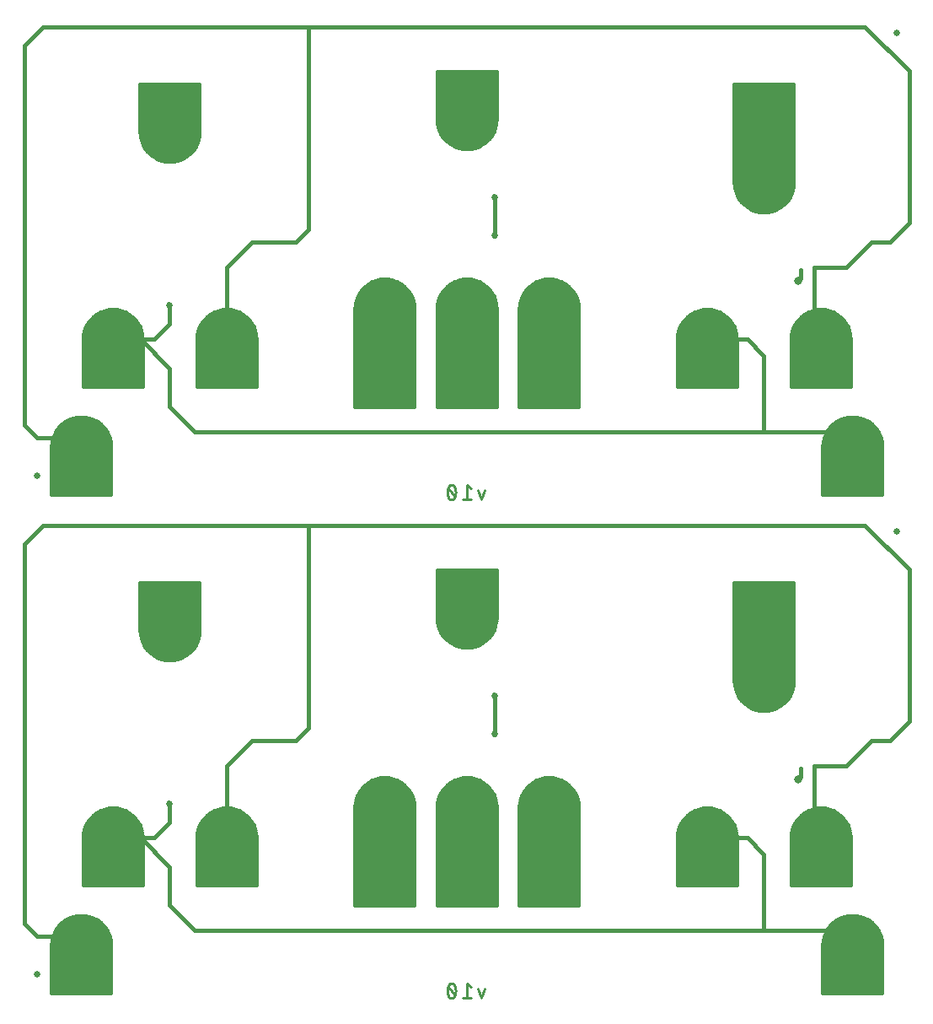
<source format=gbl>
G75*
%MOIN*%
%OFA0B0*%
%FSLAX25Y25*%
%IPPOS*%
%LPD*%
%AMOC8*
5,1,8,0,0,1.08239X$1,22.5*
%
%ADD10C,0.01100*%
%ADD11C,0.20000*%
%ADD12C,0.01000*%
%ADD13C,0.02500*%
%ADD14C,0.01600*%
%ADD15C,0.02700*%
%ADD16C,0.03200*%
D10*
X0203843Y0030119D02*
X0203902Y0030244D01*
X0203957Y0030371D01*
X0204009Y0030498D01*
X0204056Y0030628D01*
X0204101Y0030758D01*
X0204141Y0030890D01*
X0204178Y0031023D01*
X0204210Y0031157D01*
X0204240Y0031291D01*
X0204265Y0031427D01*
X0204286Y0031563D01*
X0204304Y0031700D01*
X0204317Y0031837D01*
X0204327Y0031974D01*
X0204333Y0032112D01*
X0204335Y0032250D01*
X0201057Y0032250D02*
X0201059Y0032388D01*
X0201065Y0032526D01*
X0201075Y0032663D01*
X0201088Y0032800D01*
X0201106Y0032937D01*
X0201127Y0033073D01*
X0201152Y0033209D01*
X0201182Y0033343D01*
X0201214Y0033477D01*
X0201251Y0033610D01*
X0201291Y0033742D01*
X0201336Y0033872D01*
X0201383Y0034002D01*
X0201435Y0034129D01*
X0201490Y0034256D01*
X0201549Y0034381D01*
X0201385Y0033889D02*
X0204007Y0030611D01*
X0202696Y0029300D02*
X0202628Y0029302D01*
X0202559Y0029308D01*
X0202492Y0029317D01*
X0202425Y0029331D01*
X0202359Y0029348D01*
X0202293Y0029369D01*
X0202230Y0029393D01*
X0202167Y0029421D01*
X0202107Y0029453D01*
X0202048Y0029488D01*
X0201991Y0029526D01*
X0201936Y0029567D01*
X0201884Y0029612D01*
X0201835Y0029659D01*
X0201788Y0029709D01*
X0201744Y0029761D01*
X0201703Y0029816D01*
X0201666Y0029873D01*
X0201631Y0029932D01*
X0201600Y0029993D01*
X0201573Y0030056D01*
X0201549Y0030120D01*
X0202696Y0029300D02*
X0202764Y0029302D01*
X0202833Y0029308D01*
X0202900Y0029317D01*
X0202967Y0029331D01*
X0203033Y0029348D01*
X0203099Y0029369D01*
X0203162Y0029393D01*
X0203225Y0029421D01*
X0203285Y0029453D01*
X0203344Y0029488D01*
X0203401Y0029526D01*
X0203456Y0029567D01*
X0203508Y0029612D01*
X0203557Y0029659D01*
X0203604Y0029709D01*
X0203648Y0029761D01*
X0203689Y0029816D01*
X0203726Y0029873D01*
X0203761Y0029932D01*
X0203792Y0029993D01*
X0203819Y0030056D01*
X0203843Y0030120D01*
X0201550Y0030119D02*
X0201491Y0030244D01*
X0201436Y0030371D01*
X0201384Y0030498D01*
X0201337Y0030628D01*
X0201292Y0030758D01*
X0201252Y0030890D01*
X0201215Y0031023D01*
X0201183Y0031157D01*
X0201153Y0031291D01*
X0201128Y0031427D01*
X0201107Y0031563D01*
X0201089Y0031700D01*
X0201076Y0031837D01*
X0201066Y0031974D01*
X0201060Y0032112D01*
X0201058Y0032250D01*
X0204335Y0032250D02*
X0204333Y0032388D01*
X0204327Y0032526D01*
X0204317Y0032663D01*
X0204304Y0032800D01*
X0204286Y0032937D01*
X0204265Y0033073D01*
X0204240Y0033209D01*
X0204210Y0033343D01*
X0204178Y0033477D01*
X0204141Y0033610D01*
X0204101Y0033742D01*
X0204056Y0033872D01*
X0204009Y0034002D01*
X0203957Y0034129D01*
X0203902Y0034256D01*
X0203843Y0034381D01*
X0203843Y0034380D02*
X0203819Y0034444D01*
X0203792Y0034507D01*
X0203761Y0034568D01*
X0203726Y0034627D01*
X0203689Y0034684D01*
X0203648Y0034739D01*
X0203604Y0034791D01*
X0203557Y0034841D01*
X0203508Y0034888D01*
X0203456Y0034933D01*
X0203401Y0034974D01*
X0203344Y0035012D01*
X0203285Y0035047D01*
X0203225Y0035079D01*
X0203162Y0035107D01*
X0203099Y0035131D01*
X0203033Y0035152D01*
X0202967Y0035169D01*
X0202900Y0035183D01*
X0202833Y0035192D01*
X0202764Y0035198D01*
X0202696Y0035200D01*
X0202628Y0035198D01*
X0202559Y0035192D01*
X0202492Y0035183D01*
X0202425Y0035169D01*
X0202359Y0035152D01*
X0202293Y0035131D01*
X0202230Y0035107D01*
X0202167Y0035079D01*
X0202107Y0035047D01*
X0202048Y0035012D01*
X0201991Y0034974D01*
X0201936Y0034933D01*
X0201884Y0034888D01*
X0201835Y0034841D01*
X0201788Y0034791D01*
X0201744Y0034739D01*
X0201703Y0034684D01*
X0201666Y0034627D01*
X0201631Y0034568D01*
X0201600Y0034507D01*
X0201573Y0034444D01*
X0201549Y0034380D01*
X0208850Y0035200D02*
X0208850Y0029300D01*
X0210489Y0029300D02*
X0207211Y0029300D01*
X0210489Y0033889D02*
X0208850Y0035200D01*
X0213078Y0033233D02*
X0214389Y0029300D01*
X0215700Y0033233D01*
X0214389Y0226300D02*
X0213078Y0230233D01*
X0215700Y0230233D02*
X0214389Y0226300D01*
X0210489Y0226300D02*
X0207211Y0226300D01*
X0208850Y0226300D02*
X0208850Y0232200D01*
X0210489Y0230889D01*
X0201058Y0229250D02*
X0201060Y0229112D01*
X0201066Y0228974D01*
X0201076Y0228837D01*
X0201089Y0228700D01*
X0201107Y0228563D01*
X0201128Y0228427D01*
X0201153Y0228291D01*
X0201183Y0228157D01*
X0201215Y0228023D01*
X0201252Y0227890D01*
X0201292Y0227758D01*
X0201337Y0227628D01*
X0201384Y0227498D01*
X0201436Y0227371D01*
X0201491Y0227244D01*
X0201550Y0227119D01*
X0202696Y0226300D02*
X0202764Y0226302D01*
X0202833Y0226308D01*
X0202900Y0226317D01*
X0202967Y0226331D01*
X0203033Y0226348D01*
X0203099Y0226369D01*
X0203162Y0226393D01*
X0203225Y0226421D01*
X0203285Y0226453D01*
X0203344Y0226488D01*
X0203401Y0226526D01*
X0203456Y0226567D01*
X0203508Y0226612D01*
X0203557Y0226659D01*
X0203604Y0226709D01*
X0203648Y0226761D01*
X0203689Y0226816D01*
X0203726Y0226873D01*
X0203761Y0226932D01*
X0203792Y0226993D01*
X0203819Y0227056D01*
X0203843Y0227120D01*
X0204007Y0227611D02*
X0201385Y0230889D01*
X0201549Y0231380D02*
X0201573Y0231444D01*
X0201600Y0231507D01*
X0201631Y0231568D01*
X0201666Y0231627D01*
X0201703Y0231684D01*
X0201744Y0231739D01*
X0201788Y0231791D01*
X0201835Y0231841D01*
X0201884Y0231888D01*
X0201936Y0231933D01*
X0201991Y0231974D01*
X0202048Y0232012D01*
X0202107Y0232047D01*
X0202167Y0232079D01*
X0202230Y0232107D01*
X0202293Y0232131D01*
X0202359Y0232152D01*
X0202425Y0232169D01*
X0202492Y0232183D01*
X0202559Y0232192D01*
X0202628Y0232198D01*
X0202696Y0232200D01*
X0202764Y0232198D01*
X0202833Y0232192D01*
X0202900Y0232183D01*
X0202967Y0232169D01*
X0203033Y0232152D01*
X0203099Y0232131D01*
X0203162Y0232107D01*
X0203225Y0232079D01*
X0203285Y0232047D01*
X0203344Y0232012D01*
X0203401Y0231974D01*
X0203456Y0231933D01*
X0203508Y0231888D01*
X0203557Y0231841D01*
X0203604Y0231791D01*
X0203648Y0231739D01*
X0203689Y0231684D01*
X0203726Y0231627D01*
X0203761Y0231568D01*
X0203792Y0231507D01*
X0203819Y0231444D01*
X0203843Y0231380D01*
X0201549Y0231381D02*
X0201490Y0231256D01*
X0201435Y0231129D01*
X0201383Y0231002D01*
X0201336Y0230872D01*
X0201291Y0230742D01*
X0201251Y0230610D01*
X0201214Y0230477D01*
X0201182Y0230343D01*
X0201152Y0230209D01*
X0201127Y0230073D01*
X0201106Y0229937D01*
X0201088Y0229800D01*
X0201075Y0229663D01*
X0201065Y0229526D01*
X0201059Y0229388D01*
X0201057Y0229250D01*
X0204335Y0229250D02*
X0204333Y0229388D01*
X0204327Y0229526D01*
X0204317Y0229663D01*
X0204304Y0229800D01*
X0204286Y0229937D01*
X0204265Y0230073D01*
X0204240Y0230209D01*
X0204210Y0230343D01*
X0204178Y0230477D01*
X0204141Y0230610D01*
X0204101Y0230742D01*
X0204056Y0230872D01*
X0204009Y0231002D01*
X0203957Y0231129D01*
X0203902Y0231256D01*
X0203843Y0231381D01*
X0201549Y0227120D02*
X0201573Y0227056D01*
X0201600Y0226993D01*
X0201631Y0226932D01*
X0201666Y0226873D01*
X0201703Y0226816D01*
X0201744Y0226761D01*
X0201788Y0226709D01*
X0201835Y0226659D01*
X0201884Y0226612D01*
X0201936Y0226567D01*
X0201991Y0226526D01*
X0202048Y0226488D01*
X0202107Y0226453D01*
X0202167Y0226421D01*
X0202230Y0226393D01*
X0202293Y0226369D01*
X0202359Y0226348D01*
X0202425Y0226331D01*
X0202492Y0226317D01*
X0202559Y0226308D01*
X0202628Y0226302D01*
X0202696Y0226300D01*
X0203843Y0227119D02*
X0203902Y0227244D01*
X0203957Y0227371D01*
X0204009Y0227498D01*
X0204056Y0227628D01*
X0204101Y0227758D01*
X0204141Y0227890D01*
X0204178Y0228023D01*
X0204210Y0228157D01*
X0204240Y0228291D01*
X0204265Y0228427D01*
X0204286Y0228563D01*
X0204304Y0228700D01*
X0204317Y0228837D01*
X0204327Y0228974D01*
X0204333Y0229112D01*
X0204335Y0229250D01*
D11*
X0208750Y0179750D03*
X0208750Y0104750D03*
X0208750Y0081750D03*
X0176250Y0081750D03*
X0176250Y0104750D03*
X0113750Y0092750D03*
X0068750Y0092750D03*
X0056250Y0050250D03*
X0091250Y0174750D03*
X0056250Y0247250D03*
X0068750Y0289750D03*
X0113750Y0289750D03*
X0176250Y0278750D03*
X0176250Y0301750D03*
X0208750Y0301750D03*
X0208750Y0278750D03*
X0241250Y0278750D03*
X0241250Y0301750D03*
X0303750Y0289750D03*
X0348750Y0289750D03*
X0361250Y0247250D03*
X0326250Y0177750D03*
X0326250Y0154750D03*
X0303750Y0092750D03*
X0348750Y0092750D03*
X0361250Y0050250D03*
X0241250Y0081750D03*
X0241250Y0104750D03*
X0326250Y0351750D03*
X0326250Y0374750D03*
X0208750Y0376750D03*
X0091250Y0371750D03*
D12*
X0083964Y0362253D02*
X0098536Y0362253D01*
X0099108Y0362681D02*
X0100319Y0363892D01*
X0101345Y0365262D01*
X0102166Y0366765D01*
X0102764Y0368369D01*
X0103128Y0370042D01*
X0103250Y0371750D01*
X0103250Y0390750D01*
X0079250Y0390750D01*
X0079250Y0371750D01*
X0079372Y0370042D01*
X0079736Y0368369D01*
X0080334Y0366765D01*
X0081155Y0365262D01*
X0082181Y0363892D01*
X0083392Y0362681D01*
X0084762Y0361655D01*
X0086265Y0360834D01*
X0087869Y0360236D01*
X0089542Y0359872D01*
X0091250Y0359750D01*
X0092958Y0359872D01*
X0094631Y0360236D01*
X0096235Y0360834D01*
X0097738Y0361655D01*
X0099108Y0362681D01*
X0099679Y0363251D02*
X0082821Y0363251D01*
X0081913Y0364250D02*
X0100587Y0364250D01*
X0101335Y0365248D02*
X0081165Y0365248D01*
X0080617Y0366247D02*
X0101883Y0366247D01*
X0102345Y0367245D02*
X0080155Y0367245D01*
X0079783Y0368244D02*
X0102717Y0368244D01*
X0102954Y0369242D02*
X0079546Y0369242D01*
X0079358Y0370241D02*
X0103142Y0370241D01*
X0103213Y0371239D02*
X0079287Y0371239D01*
X0079250Y0372238D02*
X0103250Y0372238D01*
X0103250Y0373236D02*
X0079250Y0373236D01*
X0079250Y0374235D02*
X0103250Y0374235D01*
X0103250Y0375233D02*
X0079250Y0375233D01*
X0079250Y0376232D02*
X0103250Y0376232D01*
X0103250Y0377230D02*
X0079250Y0377230D01*
X0079250Y0378229D02*
X0103250Y0378229D01*
X0103250Y0379227D02*
X0079250Y0379227D01*
X0079250Y0380226D02*
X0103250Y0380226D01*
X0103250Y0381224D02*
X0079250Y0381224D01*
X0079250Y0382223D02*
X0103250Y0382223D01*
X0103250Y0383222D02*
X0079250Y0383222D01*
X0079250Y0384220D02*
X0103250Y0384220D01*
X0103250Y0385219D02*
X0079250Y0385219D01*
X0079250Y0386217D02*
X0103250Y0386217D01*
X0103250Y0387216D02*
X0079250Y0387216D01*
X0079250Y0388214D02*
X0103250Y0388214D01*
X0103250Y0389213D02*
X0079250Y0389213D01*
X0079250Y0390211D02*
X0103250Y0390211D01*
X0097004Y0361254D02*
X0085496Y0361254D01*
X0087816Y0360256D02*
X0094684Y0360256D01*
X0110369Y0301264D02*
X0108765Y0300666D01*
X0107262Y0299845D01*
X0105892Y0298819D01*
X0104681Y0297608D01*
X0103655Y0296238D01*
X0102834Y0294735D01*
X0102236Y0293131D01*
X0101872Y0291458D01*
X0101750Y0289750D01*
X0101750Y0270750D01*
X0125750Y0270750D01*
X0125750Y0289750D01*
X0125628Y0291458D01*
X0125264Y0293131D01*
X0124666Y0294735D01*
X0123845Y0296238D01*
X0122819Y0297608D01*
X0121608Y0298819D01*
X0120238Y0299845D01*
X0118735Y0300666D01*
X0117131Y0301264D01*
X0115458Y0301628D01*
X0113750Y0301750D01*
X0112042Y0301628D01*
X0110369Y0301264D01*
X0110735Y0301344D02*
X0116765Y0301344D01*
X0119322Y0300345D02*
X0108178Y0300345D01*
X0106596Y0299347D02*
X0120904Y0299347D01*
X0122079Y0298348D02*
X0105421Y0298348D01*
X0104487Y0297350D02*
X0123013Y0297350D01*
X0123760Y0296351D02*
X0103740Y0296351D01*
X0103172Y0295353D02*
X0124328Y0295353D01*
X0124808Y0294354D02*
X0102692Y0294354D01*
X0102320Y0293355D02*
X0125180Y0293355D01*
X0125432Y0292357D02*
X0102068Y0292357D01*
X0101865Y0291358D02*
X0125635Y0291358D01*
X0125706Y0290360D02*
X0101794Y0290360D01*
X0101750Y0289361D02*
X0125750Y0289361D01*
X0125750Y0288363D02*
X0101750Y0288363D01*
X0101750Y0287364D02*
X0125750Y0287364D01*
X0125750Y0286366D02*
X0101750Y0286366D01*
X0101750Y0285367D02*
X0125750Y0285367D01*
X0125750Y0284369D02*
X0101750Y0284369D01*
X0101750Y0283370D02*
X0125750Y0283370D01*
X0125750Y0282372D02*
X0101750Y0282372D01*
X0101750Y0281373D02*
X0125750Y0281373D01*
X0125750Y0280375D02*
X0101750Y0280375D01*
X0101750Y0279376D02*
X0125750Y0279376D01*
X0125750Y0278378D02*
X0101750Y0278378D01*
X0101750Y0277379D02*
X0125750Y0277379D01*
X0125750Y0276381D02*
X0101750Y0276381D01*
X0101750Y0275382D02*
X0125750Y0275382D01*
X0125750Y0274384D02*
X0101750Y0274384D01*
X0101750Y0273385D02*
X0125750Y0273385D01*
X0125750Y0272387D02*
X0101750Y0272387D01*
X0101750Y0271388D02*
X0125750Y0271388D01*
X0164250Y0271388D02*
X0188250Y0271388D01*
X0188250Y0270390D02*
X0164250Y0270390D01*
X0164250Y0269391D02*
X0188250Y0269391D01*
X0188250Y0268393D02*
X0164250Y0268393D01*
X0164250Y0267394D02*
X0188250Y0267394D01*
X0188250Y0266396D02*
X0164250Y0266396D01*
X0164250Y0265397D02*
X0188250Y0265397D01*
X0188250Y0264399D02*
X0164250Y0264399D01*
X0164250Y0263400D02*
X0188250Y0263400D01*
X0188250Y0262750D02*
X0188250Y0301750D01*
X0188128Y0303458D01*
X0187764Y0305131D01*
X0187166Y0306735D01*
X0186345Y0308238D01*
X0185319Y0309608D01*
X0184108Y0310819D01*
X0182738Y0311845D01*
X0181235Y0312666D01*
X0179631Y0313264D01*
X0177958Y0313628D01*
X0176250Y0313750D01*
X0174542Y0313628D01*
X0172869Y0313264D01*
X0171265Y0312666D01*
X0169762Y0311845D01*
X0168392Y0310819D01*
X0167181Y0309608D01*
X0166155Y0308238D01*
X0165334Y0306735D01*
X0164736Y0305131D01*
X0164372Y0303458D01*
X0164250Y0301750D01*
X0164250Y0262750D01*
X0188250Y0262750D01*
X0196750Y0262750D02*
X0220750Y0262750D01*
X0220750Y0301750D01*
X0220628Y0303458D01*
X0220264Y0305131D01*
X0219666Y0306735D01*
X0218845Y0308238D01*
X0217819Y0309608D01*
X0216608Y0310819D01*
X0215238Y0311845D01*
X0213735Y0312666D01*
X0212131Y0313264D01*
X0210458Y0313628D01*
X0208750Y0313750D01*
X0207042Y0313628D01*
X0205369Y0313264D01*
X0203765Y0312666D01*
X0202262Y0311845D01*
X0200892Y0310819D01*
X0199681Y0309608D01*
X0198655Y0308238D01*
X0197834Y0306735D01*
X0197236Y0305131D01*
X0196872Y0303458D01*
X0196750Y0301750D01*
X0196750Y0262750D01*
X0196750Y0263400D02*
X0220750Y0263400D01*
X0220750Y0264399D02*
X0196750Y0264399D01*
X0196750Y0265397D02*
X0220750Y0265397D01*
X0220750Y0266396D02*
X0196750Y0266396D01*
X0196750Y0267394D02*
X0220750Y0267394D01*
X0220750Y0268393D02*
X0196750Y0268393D01*
X0196750Y0269391D02*
X0220750Y0269391D01*
X0220750Y0270390D02*
X0196750Y0270390D01*
X0196750Y0271388D02*
X0220750Y0271388D01*
X0220750Y0272387D02*
X0196750Y0272387D01*
X0196750Y0273385D02*
X0220750Y0273385D01*
X0220750Y0274384D02*
X0196750Y0274384D01*
X0196750Y0275382D02*
X0220750Y0275382D01*
X0220750Y0276381D02*
X0196750Y0276381D01*
X0196750Y0277379D02*
X0220750Y0277379D01*
X0220750Y0278378D02*
X0196750Y0278378D01*
X0196750Y0279376D02*
X0220750Y0279376D01*
X0220750Y0280375D02*
X0196750Y0280375D01*
X0196750Y0281373D02*
X0220750Y0281373D01*
X0220750Y0282372D02*
X0196750Y0282372D01*
X0196750Y0283370D02*
X0220750Y0283370D01*
X0220750Y0284369D02*
X0196750Y0284369D01*
X0196750Y0285367D02*
X0220750Y0285367D01*
X0220750Y0286366D02*
X0196750Y0286366D01*
X0196750Y0287364D02*
X0220750Y0287364D01*
X0220750Y0288363D02*
X0196750Y0288363D01*
X0196750Y0289361D02*
X0220750Y0289361D01*
X0220750Y0290360D02*
X0196750Y0290360D01*
X0196750Y0291358D02*
X0220750Y0291358D01*
X0220750Y0292357D02*
X0196750Y0292357D01*
X0196750Y0293355D02*
X0220750Y0293355D01*
X0220750Y0294354D02*
X0196750Y0294354D01*
X0196750Y0295353D02*
X0220750Y0295353D01*
X0220750Y0296351D02*
X0196750Y0296351D01*
X0196750Y0297350D02*
X0220750Y0297350D01*
X0220750Y0298348D02*
X0196750Y0298348D01*
X0196750Y0299347D02*
X0220750Y0299347D01*
X0220750Y0300345D02*
X0196750Y0300345D01*
X0196750Y0301344D02*
X0220750Y0301344D01*
X0220708Y0302342D02*
X0196792Y0302342D01*
X0196864Y0303341D02*
X0220636Y0303341D01*
X0220436Y0304339D02*
X0197064Y0304339D01*
X0197313Y0305338D02*
X0220187Y0305338D01*
X0219814Y0306336D02*
X0197686Y0306336D01*
X0198162Y0307335D02*
X0219338Y0307335D01*
X0218774Y0308333D02*
X0198726Y0308333D01*
X0199474Y0309332D02*
X0218026Y0309332D01*
X0217097Y0310330D02*
X0200403Y0310330D01*
X0201573Y0311329D02*
X0215927Y0311329D01*
X0214355Y0312327D02*
X0203145Y0312327D01*
X0205653Y0313326D02*
X0211847Y0313326D01*
X0230186Y0306336D02*
X0252314Y0306336D01*
X0252166Y0306735D02*
X0251345Y0308238D01*
X0250319Y0309608D01*
X0249108Y0310819D01*
X0247738Y0311845D01*
X0246235Y0312666D01*
X0244631Y0313264D01*
X0242958Y0313628D01*
X0241250Y0313750D01*
X0239542Y0313628D01*
X0237869Y0313264D01*
X0236265Y0312666D01*
X0234762Y0311845D01*
X0233392Y0310819D01*
X0232181Y0309608D01*
X0231155Y0308238D01*
X0230334Y0306735D01*
X0229736Y0305131D01*
X0229372Y0303458D01*
X0229250Y0301750D01*
X0229250Y0262750D01*
X0253250Y0262750D01*
X0253250Y0301750D01*
X0253128Y0303458D01*
X0252764Y0305131D01*
X0252166Y0306735D01*
X0251838Y0307335D02*
X0230662Y0307335D01*
X0231226Y0308333D02*
X0251274Y0308333D01*
X0250526Y0309332D02*
X0231974Y0309332D01*
X0232903Y0310330D02*
X0249597Y0310330D01*
X0248427Y0311329D02*
X0234073Y0311329D01*
X0235645Y0312327D02*
X0246855Y0312327D01*
X0244347Y0313326D02*
X0238153Y0313326D01*
X0229813Y0305338D02*
X0252687Y0305338D01*
X0252936Y0304339D02*
X0229564Y0304339D01*
X0229364Y0303341D02*
X0253136Y0303341D01*
X0253208Y0302342D02*
X0229292Y0302342D01*
X0229250Y0301344D02*
X0253250Y0301344D01*
X0253250Y0300345D02*
X0229250Y0300345D01*
X0229250Y0299347D02*
X0253250Y0299347D01*
X0253250Y0298348D02*
X0229250Y0298348D01*
X0229250Y0297350D02*
X0253250Y0297350D01*
X0253250Y0296351D02*
X0229250Y0296351D01*
X0229250Y0295353D02*
X0253250Y0295353D01*
X0253250Y0294354D02*
X0229250Y0294354D01*
X0229250Y0293355D02*
X0253250Y0293355D01*
X0253250Y0292357D02*
X0229250Y0292357D01*
X0229250Y0291358D02*
X0253250Y0291358D01*
X0253250Y0290360D02*
X0229250Y0290360D01*
X0229250Y0289361D02*
X0253250Y0289361D01*
X0253250Y0288363D02*
X0229250Y0288363D01*
X0229250Y0287364D02*
X0253250Y0287364D01*
X0253250Y0286366D02*
X0229250Y0286366D01*
X0229250Y0285367D02*
X0253250Y0285367D01*
X0253250Y0284369D02*
X0229250Y0284369D01*
X0229250Y0283370D02*
X0253250Y0283370D01*
X0253250Y0282372D02*
X0229250Y0282372D01*
X0229250Y0281373D02*
X0253250Y0281373D01*
X0253250Y0280375D02*
X0229250Y0280375D01*
X0229250Y0279376D02*
X0253250Y0279376D01*
X0253250Y0278378D02*
X0229250Y0278378D01*
X0229250Y0277379D02*
X0253250Y0277379D01*
X0253250Y0276381D02*
X0229250Y0276381D01*
X0229250Y0275382D02*
X0253250Y0275382D01*
X0253250Y0274384D02*
X0229250Y0274384D01*
X0229250Y0273385D02*
X0253250Y0273385D01*
X0253250Y0272387D02*
X0229250Y0272387D01*
X0229250Y0271388D02*
X0253250Y0271388D01*
X0253250Y0270390D02*
X0229250Y0270390D01*
X0229250Y0269391D02*
X0253250Y0269391D01*
X0253250Y0268393D02*
X0229250Y0268393D01*
X0229250Y0267394D02*
X0253250Y0267394D01*
X0253250Y0266396D02*
X0229250Y0266396D01*
X0229250Y0265397D02*
X0253250Y0265397D01*
X0253250Y0264399D02*
X0229250Y0264399D01*
X0229250Y0263400D02*
X0253250Y0263400D01*
X0291750Y0270750D02*
X0315750Y0270750D01*
X0315750Y0289750D01*
X0315628Y0291458D01*
X0315264Y0293131D01*
X0314666Y0294735D01*
X0313845Y0296238D01*
X0312819Y0297608D01*
X0311608Y0298819D01*
X0310238Y0299845D01*
X0308735Y0300666D01*
X0307131Y0301264D01*
X0305458Y0301628D01*
X0303750Y0301750D01*
X0302042Y0301628D01*
X0300369Y0301264D01*
X0298765Y0300666D01*
X0297262Y0299845D01*
X0295892Y0298819D01*
X0294681Y0297608D01*
X0293655Y0296238D01*
X0292834Y0294735D01*
X0292236Y0293131D01*
X0291872Y0291458D01*
X0291750Y0289750D01*
X0291750Y0270750D01*
X0291750Y0271388D02*
X0315750Y0271388D01*
X0315750Y0272387D02*
X0291750Y0272387D01*
X0291750Y0273385D02*
X0315750Y0273385D01*
X0315750Y0274384D02*
X0291750Y0274384D01*
X0291750Y0275382D02*
X0315750Y0275382D01*
X0315750Y0276381D02*
X0291750Y0276381D01*
X0291750Y0277379D02*
X0315750Y0277379D01*
X0315750Y0278378D02*
X0291750Y0278378D01*
X0291750Y0279376D02*
X0315750Y0279376D01*
X0315750Y0280375D02*
X0291750Y0280375D01*
X0291750Y0281373D02*
X0315750Y0281373D01*
X0315750Y0282372D02*
X0291750Y0282372D01*
X0291750Y0283370D02*
X0315750Y0283370D01*
X0315750Y0284369D02*
X0291750Y0284369D01*
X0291750Y0285367D02*
X0315750Y0285367D01*
X0315750Y0286366D02*
X0291750Y0286366D01*
X0291750Y0287364D02*
X0315750Y0287364D01*
X0315750Y0288363D02*
X0291750Y0288363D01*
X0291750Y0289361D02*
X0315750Y0289361D01*
X0315706Y0290360D02*
X0291794Y0290360D01*
X0291865Y0291358D02*
X0315635Y0291358D01*
X0315432Y0292357D02*
X0292068Y0292357D01*
X0292320Y0293355D02*
X0315180Y0293355D01*
X0314808Y0294354D02*
X0292692Y0294354D01*
X0293172Y0295353D02*
X0314328Y0295353D01*
X0313760Y0296351D02*
X0293740Y0296351D01*
X0294487Y0297350D02*
X0313013Y0297350D01*
X0312079Y0298348D02*
X0295421Y0298348D01*
X0296596Y0299347D02*
X0310904Y0299347D01*
X0309322Y0300345D02*
X0298178Y0300345D01*
X0300735Y0301344D02*
X0306765Y0301344D01*
X0337236Y0293131D02*
X0336872Y0291458D01*
X0336750Y0289750D01*
X0336750Y0270750D01*
X0360750Y0270750D01*
X0360750Y0289750D01*
X0360628Y0291458D01*
X0360264Y0293131D01*
X0359666Y0294735D01*
X0358845Y0296238D01*
X0357819Y0297608D01*
X0356608Y0298819D01*
X0355238Y0299845D01*
X0353735Y0300666D01*
X0352131Y0301264D01*
X0350458Y0301628D01*
X0348750Y0301750D01*
X0347042Y0301628D01*
X0345369Y0301264D01*
X0343765Y0300666D01*
X0342262Y0299845D01*
X0340892Y0298819D01*
X0339681Y0297608D01*
X0338655Y0296238D01*
X0337834Y0294735D01*
X0337236Y0293131D01*
X0337320Y0293355D02*
X0360180Y0293355D01*
X0360432Y0292357D02*
X0337068Y0292357D01*
X0336865Y0291358D02*
X0360635Y0291358D01*
X0360706Y0290360D02*
X0336794Y0290360D01*
X0336750Y0289361D02*
X0360750Y0289361D01*
X0360750Y0288363D02*
X0336750Y0288363D01*
X0336750Y0287364D02*
X0360750Y0287364D01*
X0360750Y0286366D02*
X0336750Y0286366D01*
X0336750Y0285367D02*
X0360750Y0285367D01*
X0360750Y0284369D02*
X0336750Y0284369D01*
X0336750Y0283370D02*
X0360750Y0283370D01*
X0360750Y0282372D02*
X0336750Y0282372D01*
X0336750Y0281373D02*
X0360750Y0281373D01*
X0360750Y0280375D02*
X0336750Y0280375D01*
X0336750Y0279376D02*
X0360750Y0279376D01*
X0360750Y0278378D02*
X0336750Y0278378D01*
X0336750Y0277379D02*
X0360750Y0277379D01*
X0360750Y0276381D02*
X0336750Y0276381D01*
X0336750Y0275382D02*
X0360750Y0275382D01*
X0360750Y0274384D02*
X0336750Y0274384D01*
X0336750Y0273385D02*
X0360750Y0273385D01*
X0360750Y0272387D02*
X0336750Y0272387D01*
X0336750Y0271388D02*
X0360750Y0271388D01*
X0361250Y0259250D02*
X0362958Y0259128D01*
X0364631Y0258764D01*
X0366235Y0258166D01*
X0367738Y0257345D01*
X0369108Y0256319D01*
X0370319Y0255108D01*
X0371345Y0253738D01*
X0372166Y0252235D01*
X0372764Y0250631D01*
X0373128Y0248958D01*
X0373250Y0247250D01*
X0373250Y0228250D01*
X0349250Y0228250D01*
X0349250Y0247250D01*
X0349372Y0248958D01*
X0349736Y0250631D01*
X0350334Y0252235D01*
X0351155Y0253738D01*
X0352181Y0255108D01*
X0353392Y0256319D01*
X0354762Y0257345D01*
X0356265Y0258166D01*
X0357869Y0258764D01*
X0359542Y0259128D01*
X0361250Y0259250D01*
X0356914Y0258408D02*
X0365586Y0258408D01*
X0367620Y0257409D02*
X0354880Y0257409D01*
X0353514Y0256411D02*
X0368986Y0256411D01*
X0370015Y0255412D02*
X0352485Y0255412D01*
X0351661Y0254414D02*
X0370839Y0254414D01*
X0371521Y0253415D02*
X0350979Y0253415D01*
X0350434Y0252417D02*
X0372066Y0252417D01*
X0372470Y0251418D02*
X0350030Y0251418D01*
X0349690Y0250420D02*
X0372810Y0250420D01*
X0373027Y0249421D02*
X0349473Y0249421D01*
X0349334Y0248422D02*
X0373166Y0248422D01*
X0373238Y0247424D02*
X0349262Y0247424D01*
X0349250Y0246425D02*
X0373250Y0246425D01*
X0373250Y0245427D02*
X0349250Y0245427D01*
X0349250Y0244428D02*
X0373250Y0244428D01*
X0373250Y0243430D02*
X0349250Y0243430D01*
X0349250Y0242431D02*
X0373250Y0242431D01*
X0373250Y0241433D02*
X0349250Y0241433D01*
X0349250Y0240434D02*
X0373250Y0240434D01*
X0373250Y0239436D02*
X0349250Y0239436D01*
X0349250Y0238437D02*
X0373250Y0238437D01*
X0373250Y0237439D02*
X0349250Y0237439D01*
X0349250Y0236440D02*
X0373250Y0236440D01*
X0373250Y0235442D02*
X0349250Y0235442D01*
X0349250Y0234443D02*
X0373250Y0234443D01*
X0373250Y0233445D02*
X0349250Y0233445D01*
X0349250Y0232446D02*
X0373250Y0232446D01*
X0373250Y0231448D02*
X0349250Y0231448D01*
X0349250Y0230449D02*
X0373250Y0230449D01*
X0373250Y0229451D02*
X0349250Y0229451D01*
X0349250Y0228452D02*
X0373250Y0228452D01*
X0338250Y0193750D02*
X0314250Y0193750D01*
X0314250Y0154750D01*
X0314372Y0153042D01*
X0314736Y0151369D01*
X0315334Y0149765D01*
X0316155Y0148262D01*
X0317181Y0146892D01*
X0318392Y0145681D01*
X0319762Y0144655D01*
X0321265Y0143834D01*
X0322869Y0143236D01*
X0324542Y0142872D01*
X0326250Y0142750D01*
X0327958Y0142872D01*
X0329631Y0143236D01*
X0331235Y0143834D01*
X0332738Y0144655D01*
X0334108Y0145681D01*
X0335319Y0146892D01*
X0336345Y0148262D01*
X0337166Y0149765D01*
X0337764Y0151369D01*
X0338128Y0153042D01*
X0338250Y0154750D01*
X0338250Y0193750D01*
X0338250Y0193504D02*
X0314250Y0193504D01*
X0314250Y0192506D02*
X0338250Y0192506D01*
X0338250Y0191507D02*
X0314250Y0191507D01*
X0314250Y0190509D02*
X0338250Y0190509D01*
X0338250Y0189510D02*
X0314250Y0189510D01*
X0314250Y0188512D02*
X0338250Y0188512D01*
X0338250Y0187513D02*
X0314250Y0187513D01*
X0314250Y0186515D02*
X0338250Y0186515D01*
X0338250Y0185516D02*
X0314250Y0185516D01*
X0314250Y0184518D02*
X0338250Y0184518D01*
X0338250Y0183519D02*
X0314250Y0183519D01*
X0314250Y0182521D02*
X0338250Y0182521D01*
X0338250Y0181522D02*
X0314250Y0181522D01*
X0314250Y0180524D02*
X0338250Y0180524D01*
X0338250Y0179525D02*
X0314250Y0179525D01*
X0314250Y0178527D02*
X0338250Y0178527D01*
X0338250Y0177528D02*
X0314250Y0177528D01*
X0314250Y0176530D02*
X0338250Y0176530D01*
X0338250Y0175531D02*
X0314250Y0175531D01*
X0314250Y0174533D02*
X0338250Y0174533D01*
X0338250Y0173534D02*
X0314250Y0173534D01*
X0314250Y0172536D02*
X0338250Y0172536D01*
X0338250Y0171537D02*
X0314250Y0171537D01*
X0314250Y0170539D02*
X0338250Y0170539D01*
X0338250Y0169540D02*
X0314250Y0169540D01*
X0314250Y0168542D02*
X0338250Y0168542D01*
X0338250Y0167543D02*
X0314250Y0167543D01*
X0314250Y0166545D02*
X0338250Y0166545D01*
X0338250Y0165546D02*
X0314250Y0165546D01*
X0314250Y0164548D02*
X0338250Y0164548D01*
X0338250Y0163549D02*
X0314250Y0163549D01*
X0314250Y0162551D02*
X0338250Y0162551D01*
X0338250Y0161552D02*
X0314250Y0161552D01*
X0314250Y0160553D02*
X0338250Y0160553D01*
X0338250Y0159555D02*
X0314250Y0159555D01*
X0314250Y0158556D02*
X0338250Y0158556D01*
X0338250Y0157558D02*
X0314250Y0157558D01*
X0314250Y0156559D02*
X0338250Y0156559D01*
X0338250Y0155561D02*
X0314250Y0155561D01*
X0314263Y0154562D02*
X0338237Y0154562D01*
X0338165Y0153564D02*
X0314335Y0153564D01*
X0314476Y0152565D02*
X0338024Y0152565D01*
X0337807Y0151567D02*
X0314693Y0151567D01*
X0315035Y0150568D02*
X0337465Y0150568D01*
X0337059Y0149570D02*
X0315441Y0149570D01*
X0315986Y0148571D02*
X0336514Y0148571D01*
X0335829Y0147573D02*
X0316671Y0147573D01*
X0317498Y0146574D02*
X0335002Y0146574D01*
X0333968Y0145576D02*
X0318532Y0145576D01*
X0319905Y0144577D02*
X0332595Y0144577D01*
X0330550Y0143579D02*
X0321950Y0143579D01*
X0307131Y0104264D02*
X0305458Y0104628D01*
X0303750Y0104750D01*
X0302042Y0104628D01*
X0300369Y0104264D01*
X0298765Y0103666D01*
X0297262Y0102845D01*
X0295892Y0101819D01*
X0294681Y0100608D01*
X0293655Y0099238D01*
X0292834Y0097735D01*
X0292236Y0096131D01*
X0291872Y0094458D01*
X0291750Y0092750D01*
X0291750Y0073750D01*
X0315750Y0073750D01*
X0315750Y0092750D01*
X0315628Y0094458D01*
X0315264Y0096131D01*
X0314666Y0097735D01*
X0313845Y0099238D01*
X0312819Y0100608D01*
X0311608Y0101819D01*
X0310238Y0102845D01*
X0308735Y0103666D01*
X0307131Y0104264D01*
X0308785Y0103638D02*
X0298715Y0103638D01*
X0296988Y0102640D02*
X0310512Y0102640D01*
X0311786Y0101641D02*
X0295714Y0101641D01*
X0294715Y0100643D02*
X0312785Y0100643D01*
X0313541Y0099644D02*
X0293959Y0099644D01*
X0293332Y0098646D02*
X0314168Y0098646D01*
X0314698Y0097647D02*
X0292802Y0097647D01*
X0292429Y0096649D02*
X0315071Y0096649D01*
X0315368Y0095650D02*
X0292132Y0095650D01*
X0291914Y0094652D02*
X0315586Y0094652D01*
X0315685Y0093653D02*
X0291815Y0093653D01*
X0291750Y0092655D02*
X0315750Y0092655D01*
X0315750Y0091656D02*
X0291750Y0091656D01*
X0291750Y0090658D02*
X0315750Y0090658D01*
X0315750Y0089659D02*
X0291750Y0089659D01*
X0291750Y0088661D02*
X0315750Y0088661D01*
X0315750Y0087662D02*
X0291750Y0087662D01*
X0291750Y0086664D02*
X0315750Y0086664D01*
X0315750Y0085665D02*
X0291750Y0085665D01*
X0291750Y0084667D02*
X0315750Y0084667D01*
X0315750Y0083668D02*
X0291750Y0083668D01*
X0291750Y0082670D02*
X0315750Y0082670D01*
X0315750Y0081671D02*
X0291750Y0081671D01*
X0291750Y0080673D02*
X0315750Y0080673D01*
X0315750Y0079674D02*
X0291750Y0079674D01*
X0291750Y0078676D02*
X0315750Y0078676D01*
X0315750Y0077677D02*
X0291750Y0077677D01*
X0291750Y0076679D02*
X0315750Y0076679D01*
X0315750Y0075680D02*
X0291750Y0075680D01*
X0291750Y0074682D02*
X0315750Y0074682D01*
X0336750Y0074682D02*
X0360750Y0074682D01*
X0360750Y0073750D02*
X0360750Y0092750D01*
X0360628Y0094458D01*
X0360264Y0096131D01*
X0359666Y0097735D01*
X0358845Y0099238D01*
X0357819Y0100608D01*
X0356608Y0101819D01*
X0355238Y0102845D01*
X0353735Y0103666D01*
X0352131Y0104264D01*
X0350458Y0104628D01*
X0348750Y0104750D01*
X0347042Y0104628D01*
X0345369Y0104264D01*
X0343765Y0103666D01*
X0342262Y0102845D01*
X0340892Y0101819D01*
X0339681Y0100608D01*
X0338655Y0099238D01*
X0337834Y0097735D01*
X0337236Y0096131D01*
X0336872Y0094458D01*
X0336750Y0092750D01*
X0336750Y0073750D01*
X0360750Y0073750D01*
X0360750Y0075680D02*
X0336750Y0075680D01*
X0336750Y0076679D02*
X0360750Y0076679D01*
X0360750Y0077677D02*
X0336750Y0077677D01*
X0336750Y0078676D02*
X0360750Y0078676D01*
X0360750Y0079674D02*
X0336750Y0079674D01*
X0336750Y0080673D02*
X0360750Y0080673D01*
X0360750Y0081671D02*
X0336750Y0081671D01*
X0336750Y0082670D02*
X0360750Y0082670D01*
X0360750Y0083668D02*
X0336750Y0083668D01*
X0336750Y0084667D02*
X0360750Y0084667D01*
X0360750Y0085665D02*
X0336750Y0085665D01*
X0336750Y0086664D02*
X0360750Y0086664D01*
X0360750Y0087662D02*
X0336750Y0087662D01*
X0336750Y0088661D02*
X0360750Y0088661D01*
X0360750Y0089659D02*
X0336750Y0089659D01*
X0336750Y0090658D02*
X0360750Y0090658D01*
X0360750Y0091656D02*
X0336750Y0091656D01*
X0336750Y0092655D02*
X0360750Y0092655D01*
X0360685Y0093653D02*
X0336815Y0093653D01*
X0336914Y0094652D02*
X0360586Y0094652D01*
X0360368Y0095650D02*
X0337132Y0095650D01*
X0337429Y0096649D02*
X0360071Y0096649D01*
X0359698Y0097647D02*
X0337802Y0097647D01*
X0338332Y0098646D02*
X0359168Y0098646D01*
X0358541Y0099644D02*
X0338959Y0099644D01*
X0339715Y0100643D02*
X0357785Y0100643D01*
X0356786Y0101641D02*
X0340714Y0101641D01*
X0341988Y0102640D02*
X0355512Y0102640D01*
X0353785Y0103638D02*
X0343715Y0103638D01*
X0347168Y0104637D02*
X0350332Y0104637D01*
X0359542Y0062128D02*
X0357869Y0061764D01*
X0356265Y0061166D01*
X0354762Y0060345D01*
X0353392Y0059319D01*
X0352181Y0058108D01*
X0351155Y0056738D01*
X0350334Y0055235D01*
X0349736Y0053631D01*
X0349372Y0051958D01*
X0349250Y0050250D01*
X0349250Y0031250D01*
X0373250Y0031250D01*
X0373250Y0050250D01*
X0373128Y0051958D01*
X0372764Y0053631D01*
X0372166Y0055235D01*
X0371345Y0056738D01*
X0370319Y0058108D01*
X0369108Y0059319D01*
X0367738Y0060345D01*
X0366235Y0061166D01*
X0364631Y0061764D01*
X0362958Y0062128D01*
X0361250Y0062250D01*
X0359542Y0062128D01*
X0357700Y0061701D02*
X0364800Y0061701D01*
X0367083Y0060702D02*
X0355417Y0060702D01*
X0353906Y0059704D02*
X0368594Y0059704D01*
X0369722Y0058705D02*
X0352778Y0058705D01*
X0351880Y0057707D02*
X0370620Y0057707D01*
X0371361Y0056708D02*
X0351139Y0056708D01*
X0350594Y0055710D02*
X0371906Y0055710D01*
X0372361Y0054711D02*
X0350139Y0054711D01*
X0349767Y0053713D02*
X0372733Y0053713D01*
X0372963Y0052714D02*
X0349537Y0052714D01*
X0349355Y0051716D02*
X0373145Y0051716D01*
X0373217Y0050717D02*
X0349283Y0050717D01*
X0349250Y0049719D02*
X0373250Y0049719D01*
X0373250Y0048720D02*
X0349250Y0048720D01*
X0349250Y0047722D02*
X0373250Y0047722D01*
X0373250Y0046723D02*
X0349250Y0046723D01*
X0349250Y0045725D02*
X0373250Y0045725D01*
X0373250Y0044726D02*
X0349250Y0044726D01*
X0349250Y0043728D02*
X0373250Y0043728D01*
X0373250Y0042729D02*
X0349250Y0042729D01*
X0349250Y0041731D02*
X0373250Y0041731D01*
X0373250Y0040732D02*
X0349250Y0040732D01*
X0349250Y0039734D02*
X0373250Y0039734D01*
X0373250Y0038735D02*
X0349250Y0038735D01*
X0349250Y0037737D02*
X0373250Y0037737D01*
X0373250Y0036738D02*
X0349250Y0036738D01*
X0349250Y0035740D02*
X0373250Y0035740D01*
X0373250Y0034741D02*
X0349250Y0034741D01*
X0349250Y0033743D02*
X0373250Y0033743D01*
X0373250Y0032744D02*
X0349250Y0032744D01*
X0349250Y0031746D02*
X0373250Y0031746D01*
X0305332Y0104637D02*
X0302168Y0104637D01*
X0253250Y0104637D02*
X0229250Y0104637D01*
X0229250Y0104750D02*
X0229250Y0065750D01*
X0253250Y0065750D01*
X0253250Y0104750D01*
X0253128Y0106458D01*
X0252764Y0108131D01*
X0252166Y0109735D01*
X0251345Y0111238D01*
X0250319Y0112608D01*
X0249108Y0113819D01*
X0247738Y0114845D01*
X0246235Y0115666D01*
X0244631Y0116264D01*
X0242958Y0116628D01*
X0241250Y0116750D01*
X0239542Y0116628D01*
X0237869Y0116264D01*
X0236265Y0115666D01*
X0234762Y0114845D01*
X0233392Y0113819D01*
X0232181Y0112608D01*
X0231155Y0111238D01*
X0230334Y0109735D01*
X0229736Y0108131D01*
X0229372Y0106458D01*
X0229250Y0104750D01*
X0229313Y0105635D02*
X0253187Y0105635D01*
X0253090Y0106634D02*
X0229410Y0106634D01*
X0229628Y0107632D02*
X0252872Y0107632D01*
X0252577Y0108631D02*
X0229923Y0108631D01*
X0230295Y0109629D02*
X0252205Y0109629D01*
X0251678Y0110628D02*
X0230822Y0110628D01*
X0231446Y0111626D02*
X0251054Y0111626D01*
X0250302Y0112625D02*
X0232198Y0112625D01*
X0233196Y0113623D02*
X0249304Y0113623D01*
X0248036Y0114622D02*
X0234464Y0114622D01*
X0236182Y0115620D02*
X0246318Y0115620D01*
X0242998Y0116619D02*
X0239502Y0116619D01*
X0229250Y0103638D02*
X0253250Y0103638D01*
X0253250Y0102640D02*
X0229250Y0102640D01*
X0229250Y0101641D02*
X0253250Y0101641D01*
X0253250Y0100643D02*
X0229250Y0100643D01*
X0229250Y0099644D02*
X0253250Y0099644D01*
X0253250Y0098646D02*
X0229250Y0098646D01*
X0229250Y0097647D02*
X0253250Y0097647D01*
X0253250Y0096649D02*
X0229250Y0096649D01*
X0229250Y0095650D02*
X0253250Y0095650D01*
X0253250Y0094652D02*
X0229250Y0094652D01*
X0229250Y0093653D02*
X0253250Y0093653D01*
X0253250Y0092655D02*
X0229250Y0092655D01*
X0229250Y0091656D02*
X0253250Y0091656D01*
X0253250Y0090658D02*
X0229250Y0090658D01*
X0229250Y0089659D02*
X0253250Y0089659D01*
X0253250Y0088661D02*
X0229250Y0088661D01*
X0229250Y0087662D02*
X0253250Y0087662D01*
X0253250Y0086664D02*
X0229250Y0086664D01*
X0229250Y0085665D02*
X0253250Y0085665D01*
X0253250Y0084667D02*
X0229250Y0084667D01*
X0229250Y0083668D02*
X0253250Y0083668D01*
X0253250Y0082670D02*
X0229250Y0082670D01*
X0229250Y0081671D02*
X0253250Y0081671D01*
X0253250Y0080673D02*
X0229250Y0080673D01*
X0229250Y0079674D02*
X0253250Y0079674D01*
X0253250Y0078676D02*
X0229250Y0078676D01*
X0229250Y0077677D02*
X0253250Y0077677D01*
X0253250Y0076679D02*
X0229250Y0076679D01*
X0229250Y0075680D02*
X0253250Y0075680D01*
X0253250Y0074682D02*
X0229250Y0074682D01*
X0229250Y0073683D02*
X0253250Y0073683D01*
X0253250Y0072684D02*
X0229250Y0072684D01*
X0229250Y0071686D02*
X0253250Y0071686D01*
X0253250Y0070687D02*
X0229250Y0070687D01*
X0229250Y0069689D02*
X0253250Y0069689D01*
X0253250Y0068690D02*
X0229250Y0068690D01*
X0229250Y0067692D02*
X0253250Y0067692D01*
X0253250Y0066693D02*
X0229250Y0066693D01*
X0220750Y0066693D02*
X0196750Y0066693D01*
X0196750Y0065750D02*
X0220750Y0065750D01*
X0220750Y0104750D01*
X0220628Y0106458D01*
X0220264Y0108131D01*
X0219666Y0109735D01*
X0218845Y0111238D01*
X0217819Y0112608D01*
X0216608Y0113819D01*
X0215238Y0114845D01*
X0213735Y0115666D01*
X0212131Y0116264D01*
X0210458Y0116628D01*
X0208750Y0116750D01*
X0207042Y0116628D01*
X0205369Y0116264D01*
X0203765Y0115666D01*
X0202262Y0114845D01*
X0200892Y0113819D01*
X0199681Y0112608D01*
X0198655Y0111238D01*
X0197834Y0109735D01*
X0197236Y0108131D01*
X0196872Y0106458D01*
X0196750Y0104750D01*
X0196750Y0065750D01*
X0196750Y0067692D02*
X0220750Y0067692D01*
X0220750Y0068690D02*
X0196750Y0068690D01*
X0196750Y0069689D02*
X0220750Y0069689D01*
X0220750Y0070687D02*
X0196750Y0070687D01*
X0196750Y0071686D02*
X0220750Y0071686D01*
X0220750Y0072684D02*
X0196750Y0072684D01*
X0196750Y0073683D02*
X0220750Y0073683D01*
X0220750Y0074682D02*
X0196750Y0074682D01*
X0196750Y0075680D02*
X0220750Y0075680D01*
X0220750Y0076679D02*
X0196750Y0076679D01*
X0196750Y0077677D02*
X0220750Y0077677D01*
X0220750Y0078676D02*
X0196750Y0078676D01*
X0196750Y0079674D02*
X0220750Y0079674D01*
X0220750Y0080673D02*
X0196750Y0080673D01*
X0196750Y0081671D02*
X0220750Y0081671D01*
X0220750Y0082670D02*
X0196750Y0082670D01*
X0196750Y0083668D02*
X0220750Y0083668D01*
X0220750Y0084667D02*
X0196750Y0084667D01*
X0196750Y0085665D02*
X0220750Y0085665D01*
X0220750Y0086664D02*
X0196750Y0086664D01*
X0196750Y0087662D02*
X0220750Y0087662D01*
X0220750Y0088661D02*
X0196750Y0088661D01*
X0196750Y0089659D02*
X0220750Y0089659D01*
X0220750Y0090658D02*
X0196750Y0090658D01*
X0196750Y0091656D02*
X0220750Y0091656D01*
X0220750Y0092655D02*
X0196750Y0092655D01*
X0196750Y0093653D02*
X0220750Y0093653D01*
X0220750Y0094652D02*
X0196750Y0094652D01*
X0196750Y0095650D02*
X0220750Y0095650D01*
X0220750Y0096649D02*
X0196750Y0096649D01*
X0196750Y0097647D02*
X0220750Y0097647D01*
X0220750Y0098646D02*
X0196750Y0098646D01*
X0196750Y0099644D02*
X0220750Y0099644D01*
X0220750Y0100643D02*
X0196750Y0100643D01*
X0196750Y0101641D02*
X0220750Y0101641D01*
X0220750Y0102640D02*
X0196750Y0102640D01*
X0196750Y0103638D02*
X0220750Y0103638D01*
X0220750Y0104637D02*
X0196750Y0104637D01*
X0196813Y0105635D02*
X0220687Y0105635D01*
X0220590Y0106634D02*
X0196910Y0106634D01*
X0197128Y0107632D02*
X0220372Y0107632D01*
X0220077Y0108631D02*
X0197423Y0108631D01*
X0197795Y0109629D02*
X0219705Y0109629D01*
X0219178Y0110628D02*
X0198322Y0110628D01*
X0198946Y0111626D02*
X0218554Y0111626D01*
X0217802Y0112625D02*
X0199698Y0112625D01*
X0200696Y0113623D02*
X0216804Y0113623D01*
X0215536Y0114622D02*
X0201964Y0114622D01*
X0203682Y0115620D02*
X0213818Y0115620D01*
X0210498Y0116619D02*
X0207002Y0116619D01*
X0187205Y0109629D02*
X0165295Y0109629D01*
X0165334Y0109735D02*
X0164736Y0108131D01*
X0164372Y0106458D01*
X0164250Y0104750D01*
X0164250Y0065750D01*
X0188250Y0065750D01*
X0188250Y0104750D01*
X0188128Y0106458D01*
X0187764Y0108131D01*
X0187166Y0109735D01*
X0186345Y0111238D01*
X0185319Y0112608D01*
X0184108Y0113819D01*
X0182738Y0114845D01*
X0181235Y0115666D01*
X0179631Y0116264D01*
X0177958Y0116628D01*
X0176250Y0116750D01*
X0174542Y0116628D01*
X0172869Y0116264D01*
X0171265Y0115666D01*
X0169762Y0114845D01*
X0168392Y0113819D01*
X0167181Y0112608D01*
X0166155Y0111238D01*
X0165334Y0109735D01*
X0165822Y0110628D02*
X0186678Y0110628D01*
X0186054Y0111626D02*
X0166446Y0111626D01*
X0167198Y0112625D02*
X0185302Y0112625D01*
X0184304Y0113623D02*
X0168196Y0113623D01*
X0169464Y0114622D02*
X0183036Y0114622D01*
X0181318Y0115620D02*
X0171182Y0115620D01*
X0174502Y0116619D02*
X0177998Y0116619D01*
X0187577Y0108631D02*
X0164923Y0108631D01*
X0164628Y0107632D02*
X0187872Y0107632D01*
X0188090Y0106634D02*
X0164410Y0106634D01*
X0164313Y0105635D02*
X0188187Y0105635D01*
X0188250Y0104637D02*
X0164250Y0104637D01*
X0164250Y0103638D02*
X0188250Y0103638D01*
X0188250Y0102640D02*
X0164250Y0102640D01*
X0164250Y0101641D02*
X0188250Y0101641D01*
X0188250Y0100643D02*
X0164250Y0100643D01*
X0164250Y0099644D02*
X0188250Y0099644D01*
X0188250Y0098646D02*
X0164250Y0098646D01*
X0164250Y0097647D02*
X0188250Y0097647D01*
X0188250Y0096649D02*
X0164250Y0096649D01*
X0164250Y0095650D02*
X0188250Y0095650D01*
X0188250Y0094652D02*
X0164250Y0094652D01*
X0164250Y0093653D02*
X0188250Y0093653D01*
X0188250Y0092655D02*
X0164250Y0092655D01*
X0164250Y0091656D02*
X0188250Y0091656D01*
X0188250Y0090658D02*
X0164250Y0090658D01*
X0164250Y0089659D02*
X0188250Y0089659D01*
X0188250Y0088661D02*
X0164250Y0088661D01*
X0164250Y0087662D02*
X0188250Y0087662D01*
X0188250Y0086664D02*
X0164250Y0086664D01*
X0164250Y0085665D02*
X0188250Y0085665D01*
X0188250Y0084667D02*
X0164250Y0084667D01*
X0164250Y0083668D02*
X0188250Y0083668D01*
X0188250Y0082670D02*
X0164250Y0082670D01*
X0164250Y0081671D02*
X0188250Y0081671D01*
X0188250Y0080673D02*
X0164250Y0080673D01*
X0164250Y0079674D02*
X0188250Y0079674D01*
X0188250Y0078676D02*
X0164250Y0078676D01*
X0164250Y0077677D02*
X0188250Y0077677D01*
X0188250Y0076679D02*
X0164250Y0076679D01*
X0164250Y0075680D02*
X0188250Y0075680D01*
X0188250Y0074682D02*
X0164250Y0074682D01*
X0164250Y0073683D02*
X0188250Y0073683D01*
X0188250Y0072684D02*
X0164250Y0072684D01*
X0164250Y0071686D02*
X0188250Y0071686D01*
X0188250Y0070687D02*
X0164250Y0070687D01*
X0164250Y0069689D02*
X0188250Y0069689D01*
X0188250Y0068690D02*
X0164250Y0068690D01*
X0164250Y0067692D02*
X0188250Y0067692D01*
X0188250Y0066693D02*
X0164250Y0066693D01*
X0125750Y0073750D02*
X0125750Y0092750D01*
X0125628Y0094458D01*
X0125264Y0096131D01*
X0124666Y0097735D01*
X0123845Y0099238D01*
X0122819Y0100608D01*
X0121608Y0101819D01*
X0120238Y0102845D01*
X0118735Y0103666D01*
X0117131Y0104264D01*
X0115458Y0104628D01*
X0113750Y0104750D01*
X0112042Y0104628D01*
X0110369Y0104264D01*
X0108765Y0103666D01*
X0107262Y0102845D01*
X0105892Y0101819D01*
X0104681Y0100608D01*
X0103655Y0099238D01*
X0102834Y0097735D01*
X0102236Y0096131D01*
X0101872Y0094458D01*
X0101750Y0092750D01*
X0101750Y0073750D01*
X0125750Y0073750D01*
X0125750Y0074682D02*
X0101750Y0074682D01*
X0101750Y0075680D02*
X0125750Y0075680D01*
X0125750Y0076679D02*
X0101750Y0076679D01*
X0101750Y0077677D02*
X0125750Y0077677D01*
X0125750Y0078676D02*
X0101750Y0078676D01*
X0101750Y0079674D02*
X0125750Y0079674D01*
X0125750Y0080673D02*
X0101750Y0080673D01*
X0101750Y0081671D02*
X0125750Y0081671D01*
X0125750Y0082670D02*
X0101750Y0082670D01*
X0101750Y0083668D02*
X0125750Y0083668D01*
X0125750Y0084667D02*
X0101750Y0084667D01*
X0101750Y0085665D02*
X0125750Y0085665D01*
X0125750Y0086664D02*
X0101750Y0086664D01*
X0101750Y0087662D02*
X0125750Y0087662D01*
X0125750Y0088661D02*
X0101750Y0088661D01*
X0101750Y0089659D02*
X0125750Y0089659D01*
X0125750Y0090658D02*
X0101750Y0090658D01*
X0101750Y0091656D02*
X0125750Y0091656D01*
X0125750Y0092655D02*
X0101750Y0092655D01*
X0101815Y0093653D02*
X0125685Y0093653D01*
X0125586Y0094652D02*
X0101914Y0094652D01*
X0102132Y0095650D02*
X0125368Y0095650D01*
X0125071Y0096649D02*
X0102429Y0096649D01*
X0102802Y0097647D02*
X0124698Y0097647D01*
X0124168Y0098646D02*
X0103332Y0098646D01*
X0103959Y0099644D02*
X0123541Y0099644D01*
X0122785Y0100643D02*
X0104715Y0100643D01*
X0105714Y0101641D02*
X0121786Y0101641D01*
X0120512Y0102640D02*
X0106988Y0102640D01*
X0108715Y0103638D02*
X0118785Y0103638D01*
X0115332Y0104637D02*
X0112168Y0104637D01*
X0080264Y0096131D02*
X0079666Y0097735D01*
X0078845Y0099238D01*
X0077819Y0100608D01*
X0076608Y0101819D01*
X0075238Y0102845D01*
X0073735Y0103666D01*
X0072131Y0104264D01*
X0070458Y0104628D01*
X0068750Y0104750D01*
X0067042Y0104628D01*
X0065369Y0104264D01*
X0063765Y0103666D01*
X0062262Y0102845D01*
X0060892Y0101819D01*
X0059681Y0100608D01*
X0058655Y0099238D01*
X0057834Y0097735D01*
X0057236Y0096131D01*
X0056872Y0094458D01*
X0056750Y0092750D01*
X0056750Y0073750D01*
X0080750Y0073750D01*
X0080750Y0092750D01*
X0080628Y0094458D01*
X0080264Y0096131D01*
X0080368Y0095650D02*
X0057132Y0095650D01*
X0056914Y0094652D02*
X0080586Y0094652D01*
X0080685Y0093653D02*
X0056815Y0093653D01*
X0056750Y0092655D02*
X0080750Y0092655D01*
X0080750Y0091656D02*
X0056750Y0091656D01*
X0056750Y0090658D02*
X0080750Y0090658D01*
X0080750Y0089659D02*
X0056750Y0089659D01*
X0056750Y0088661D02*
X0080750Y0088661D01*
X0080750Y0087662D02*
X0056750Y0087662D01*
X0056750Y0086664D02*
X0080750Y0086664D01*
X0080750Y0085665D02*
X0056750Y0085665D01*
X0056750Y0084667D02*
X0080750Y0084667D01*
X0080750Y0083668D02*
X0056750Y0083668D01*
X0056750Y0082670D02*
X0080750Y0082670D01*
X0080750Y0081671D02*
X0056750Y0081671D01*
X0056750Y0080673D02*
X0080750Y0080673D01*
X0080750Y0079674D02*
X0056750Y0079674D01*
X0056750Y0078676D02*
X0080750Y0078676D01*
X0080750Y0077677D02*
X0056750Y0077677D01*
X0056750Y0076679D02*
X0080750Y0076679D01*
X0080750Y0075680D02*
X0056750Y0075680D01*
X0056750Y0074682D02*
X0080750Y0074682D01*
X0065319Y0058108D02*
X0064108Y0059319D01*
X0062738Y0060345D01*
X0061235Y0061166D01*
X0059631Y0061764D01*
X0057958Y0062128D01*
X0056250Y0062250D01*
X0054542Y0062128D01*
X0052869Y0061764D01*
X0051265Y0061166D01*
X0049762Y0060345D01*
X0048392Y0059319D01*
X0047181Y0058108D01*
X0046155Y0056738D01*
X0045334Y0055235D01*
X0044736Y0053631D01*
X0044372Y0051958D01*
X0044250Y0050250D01*
X0044250Y0031250D01*
X0068250Y0031250D01*
X0068250Y0050250D01*
X0068128Y0051958D01*
X0067764Y0053631D01*
X0067166Y0055235D01*
X0066345Y0056738D01*
X0065319Y0058108D01*
X0065620Y0057707D02*
X0046880Y0057707D01*
X0046139Y0056708D02*
X0066361Y0056708D01*
X0066906Y0055710D02*
X0045594Y0055710D01*
X0045139Y0054711D02*
X0067361Y0054711D01*
X0067733Y0053713D02*
X0044767Y0053713D01*
X0044537Y0052714D02*
X0067963Y0052714D01*
X0068145Y0051716D02*
X0044355Y0051716D01*
X0044283Y0050717D02*
X0068217Y0050717D01*
X0068250Y0049719D02*
X0044250Y0049719D01*
X0044250Y0048720D02*
X0068250Y0048720D01*
X0068250Y0047722D02*
X0044250Y0047722D01*
X0044250Y0046723D02*
X0068250Y0046723D01*
X0068250Y0045725D02*
X0044250Y0045725D01*
X0044250Y0044726D02*
X0068250Y0044726D01*
X0068250Y0043728D02*
X0044250Y0043728D01*
X0044250Y0042729D02*
X0068250Y0042729D01*
X0068250Y0041731D02*
X0044250Y0041731D01*
X0044250Y0040732D02*
X0068250Y0040732D01*
X0068250Y0039734D02*
X0044250Y0039734D01*
X0044250Y0038735D02*
X0068250Y0038735D01*
X0068250Y0037737D02*
X0044250Y0037737D01*
X0044250Y0036738D02*
X0068250Y0036738D01*
X0068250Y0035740D02*
X0044250Y0035740D01*
X0044250Y0034741D02*
X0068250Y0034741D01*
X0068250Y0033743D02*
X0044250Y0033743D01*
X0044250Y0032744D02*
X0068250Y0032744D01*
X0068250Y0031746D02*
X0044250Y0031746D01*
X0047778Y0058705D02*
X0064722Y0058705D01*
X0063594Y0059704D02*
X0048906Y0059704D01*
X0050417Y0060702D02*
X0062083Y0060702D01*
X0059800Y0061701D02*
X0052700Y0061701D01*
X0057429Y0096649D02*
X0080071Y0096649D01*
X0079698Y0097647D02*
X0057802Y0097647D01*
X0058332Y0098646D02*
X0079168Y0098646D01*
X0078541Y0099644D02*
X0058959Y0099644D01*
X0059715Y0100643D02*
X0077785Y0100643D01*
X0076786Y0101641D02*
X0060714Y0101641D01*
X0061988Y0102640D02*
X0075512Y0102640D01*
X0073785Y0103638D02*
X0063715Y0103638D01*
X0067168Y0104637D02*
X0070332Y0104637D01*
X0087869Y0163236D02*
X0089542Y0162872D01*
X0091250Y0162750D01*
X0092958Y0162872D01*
X0094631Y0163236D01*
X0096235Y0163834D01*
X0097738Y0164655D01*
X0099108Y0165681D01*
X0100319Y0166892D01*
X0101345Y0168262D01*
X0102166Y0169765D01*
X0102764Y0171369D01*
X0103128Y0173042D01*
X0103250Y0174750D01*
X0103250Y0193750D01*
X0079250Y0193750D01*
X0079250Y0174750D01*
X0079372Y0173042D01*
X0079736Y0171369D01*
X0080334Y0169765D01*
X0081155Y0168262D01*
X0082181Y0166892D01*
X0083392Y0165681D01*
X0084762Y0164655D01*
X0086265Y0163834D01*
X0087869Y0163236D01*
X0087030Y0163549D02*
X0095470Y0163549D01*
X0097541Y0164548D02*
X0084959Y0164548D01*
X0083572Y0165546D02*
X0098928Y0165546D01*
X0099972Y0166545D02*
X0082528Y0166545D01*
X0081693Y0167543D02*
X0100807Y0167543D01*
X0101498Y0168542D02*
X0081002Y0168542D01*
X0080457Y0169540D02*
X0102043Y0169540D01*
X0102454Y0170539D02*
X0080046Y0170539D01*
X0079700Y0171537D02*
X0102800Y0171537D01*
X0103018Y0172536D02*
X0079482Y0172536D01*
X0079337Y0173534D02*
X0103163Y0173534D01*
X0103234Y0174533D02*
X0079266Y0174533D01*
X0079250Y0175531D02*
X0103250Y0175531D01*
X0103250Y0176530D02*
X0079250Y0176530D01*
X0079250Y0177528D02*
X0103250Y0177528D01*
X0103250Y0178527D02*
X0079250Y0178527D01*
X0079250Y0179525D02*
X0103250Y0179525D01*
X0103250Y0180524D02*
X0079250Y0180524D01*
X0079250Y0181522D02*
X0103250Y0181522D01*
X0103250Y0182521D02*
X0079250Y0182521D01*
X0079250Y0183519D02*
X0103250Y0183519D01*
X0103250Y0184518D02*
X0079250Y0184518D01*
X0079250Y0185516D02*
X0103250Y0185516D01*
X0103250Y0186515D02*
X0079250Y0186515D01*
X0079250Y0187513D02*
X0103250Y0187513D01*
X0103250Y0188512D02*
X0079250Y0188512D01*
X0079250Y0189510D02*
X0103250Y0189510D01*
X0103250Y0190509D02*
X0079250Y0190509D01*
X0079250Y0191507D02*
X0103250Y0191507D01*
X0103250Y0192506D02*
X0079250Y0192506D01*
X0079250Y0193504D02*
X0103250Y0193504D01*
X0068250Y0228250D02*
X0068250Y0247250D01*
X0068128Y0248958D01*
X0067764Y0250631D01*
X0067166Y0252235D01*
X0066345Y0253738D01*
X0065319Y0255108D01*
X0064108Y0256319D01*
X0062738Y0257345D01*
X0061235Y0258166D01*
X0059631Y0258764D01*
X0057958Y0259128D01*
X0056250Y0259250D01*
X0054542Y0259128D01*
X0052869Y0258764D01*
X0051265Y0258166D01*
X0049762Y0257345D01*
X0048392Y0256319D01*
X0047181Y0255108D01*
X0046155Y0253738D01*
X0045334Y0252235D01*
X0044736Y0250631D01*
X0044372Y0248958D01*
X0044250Y0247250D01*
X0044250Y0228250D01*
X0068250Y0228250D01*
X0068250Y0228452D02*
X0044250Y0228452D01*
X0044250Y0229451D02*
X0068250Y0229451D01*
X0068250Y0230449D02*
X0044250Y0230449D01*
X0044250Y0231448D02*
X0068250Y0231448D01*
X0068250Y0232446D02*
X0044250Y0232446D01*
X0044250Y0233445D02*
X0068250Y0233445D01*
X0068250Y0234443D02*
X0044250Y0234443D01*
X0044250Y0235442D02*
X0068250Y0235442D01*
X0068250Y0236440D02*
X0044250Y0236440D01*
X0044250Y0237439D02*
X0068250Y0237439D01*
X0068250Y0238437D02*
X0044250Y0238437D01*
X0044250Y0239436D02*
X0068250Y0239436D01*
X0068250Y0240434D02*
X0044250Y0240434D01*
X0044250Y0241433D02*
X0068250Y0241433D01*
X0068250Y0242431D02*
X0044250Y0242431D01*
X0044250Y0243430D02*
X0068250Y0243430D01*
X0068250Y0244428D02*
X0044250Y0244428D01*
X0044250Y0245427D02*
X0068250Y0245427D01*
X0068250Y0246425D02*
X0044250Y0246425D01*
X0044262Y0247424D02*
X0068238Y0247424D01*
X0068166Y0248422D02*
X0044334Y0248422D01*
X0044473Y0249421D02*
X0068027Y0249421D01*
X0067810Y0250420D02*
X0044690Y0250420D01*
X0045030Y0251418D02*
X0067470Y0251418D01*
X0067066Y0252417D02*
X0045434Y0252417D01*
X0045979Y0253415D02*
X0066521Y0253415D01*
X0065839Y0254414D02*
X0046661Y0254414D01*
X0047485Y0255412D02*
X0065015Y0255412D01*
X0063986Y0256411D02*
X0048514Y0256411D01*
X0049880Y0257409D02*
X0062620Y0257409D01*
X0060586Y0258408D02*
X0051914Y0258408D01*
X0056750Y0270750D02*
X0080750Y0270750D01*
X0080750Y0289750D01*
X0080628Y0291458D01*
X0080264Y0293131D01*
X0079666Y0294735D01*
X0078845Y0296238D01*
X0077819Y0297608D01*
X0076608Y0298819D01*
X0075238Y0299845D01*
X0073735Y0300666D01*
X0072131Y0301264D01*
X0070458Y0301628D01*
X0068750Y0301750D01*
X0067042Y0301628D01*
X0065369Y0301264D01*
X0063765Y0300666D01*
X0062262Y0299845D01*
X0060892Y0298819D01*
X0059681Y0297608D01*
X0058655Y0296238D01*
X0057834Y0294735D01*
X0057236Y0293131D01*
X0056872Y0291458D01*
X0056750Y0289750D01*
X0056750Y0270750D01*
X0056750Y0271388D02*
X0080750Y0271388D01*
X0080750Y0272387D02*
X0056750Y0272387D01*
X0056750Y0273385D02*
X0080750Y0273385D01*
X0080750Y0274384D02*
X0056750Y0274384D01*
X0056750Y0275382D02*
X0080750Y0275382D01*
X0080750Y0276381D02*
X0056750Y0276381D01*
X0056750Y0277379D02*
X0080750Y0277379D01*
X0080750Y0278378D02*
X0056750Y0278378D01*
X0056750Y0279376D02*
X0080750Y0279376D01*
X0080750Y0280375D02*
X0056750Y0280375D01*
X0056750Y0281373D02*
X0080750Y0281373D01*
X0080750Y0282372D02*
X0056750Y0282372D01*
X0056750Y0283370D02*
X0080750Y0283370D01*
X0080750Y0284369D02*
X0056750Y0284369D01*
X0056750Y0285367D02*
X0080750Y0285367D01*
X0080750Y0286366D02*
X0056750Y0286366D01*
X0056750Y0287364D02*
X0080750Y0287364D01*
X0080750Y0288363D02*
X0056750Y0288363D01*
X0056750Y0289361D02*
X0080750Y0289361D01*
X0080706Y0290360D02*
X0056794Y0290360D01*
X0056865Y0291358D02*
X0080635Y0291358D01*
X0080432Y0292357D02*
X0057068Y0292357D01*
X0057320Y0293355D02*
X0080180Y0293355D01*
X0079808Y0294354D02*
X0057692Y0294354D01*
X0058172Y0295353D02*
X0079328Y0295353D01*
X0078760Y0296351D02*
X0058740Y0296351D01*
X0059487Y0297350D02*
X0078013Y0297350D01*
X0077079Y0298348D02*
X0060421Y0298348D01*
X0061596Y0299347D02*
X0075904Y0299347D01*
X0074322Y0300345D02*
X0063178Y0300345D01*
X0065735Y0301344D02*
X0071765Y0301344D01*
X0164250Y0301344D02*
X0188250Y0301344D01*
X0188250Y0300345D02*
X0164250Y0300345D01*
X0164250Y0299347D02*
X0188250Y0299347D01*
X0188250Y0298348D02*
X0164250Y0298348D01*
X0164250Y0297350D02*
X0188250Y0297350D01*
X0188250Y0296351D02*
X0164250Y0296351D01*
X0164250Y0295353D02*
X0188250Y0295353D01*
X0188250Y0294354D02*
X0164250Y0294354D01*
X0164250Y0293355D02*
X0188250Y0293355D01*
X0188250Y0292357D02*
X0164250Y0292357D01*
X0164250Y0291358D02*
X0188250Y0291358D01*
X0188250Y0290360D02*
X0164250Y0290360D01*
X0164250Y0289361D02*
X0188250Y0289361D01*
X0188250Y0288363D02*
X0164250Y0288363D01*
X0164250Y0287364D02*
X0188250Y0287364D01*
X0188250Y0286366D02*
X0164250Y0286366D01*
X0164250Y0285367D02*
X0188250Y0285367D01*
X0188250Y0284369D02*
X0164250Y0284369D01*
X0164250Y0283370D02*
X0188250Y0283370D01*
X0188250Y0282372D02*
X0164250Y0282372D01*
X0164250Y0281373D02*
X0188250Y0281373D01*
X0188250Y0280375D02*
X0164250Y0280375D01*
X0164250Y0279376D02*
X0188250Y0279376D01*
X0188250Y0278378D02*
X0164250Y0278378D01*
X0164250Y0277379D02*
X0188250Y0277379D01*
X0188250Y0276381D02*
X0164250Y0276381D01*
X0164250Y0275382D02*
X0188250Y0275382D01*
X0188250Y0274384D02*
X0164250Y0274384D01*
X0164250Y0273385D02*
X0188250Y0273385D01*
X0188250Y0272387D02*
X0164250Y0272387D01*
X0164292Y0302342D02*
X0188208Y0302342D01*
X0188136Y0303341D02*
X0164364Y0303341D01*
X0164564Y0304339D02*
X0187936Y0304339D01*
X0187687Y0305338D02*
X0164813Y0305338D01*
X0165186Y0306336D02*
X0187314Y0306336D01*
X0186838Y0307335D02*
X0165662Y0307335D01*
X0166226Y0308333D02*
X0186274Y0308333D01*
X0185526Y0309332D02*
X0166974Y0309332D01*
X0167903Y0310330D02*
X0184597Y0310330D01*
X0183427Y0311329D02*
X0169073Y0311329D01*
X0170645Y0312327D02*
X0181855Y0312327D01*
X0179347Y0313326D02*
X0173153Y0313326D01*
X0202262Y0366655D02*
X0203765Y0365834D01*
X0205369Y0365236D01*
X0207042Y0364872D01*
X0208750Y0364750D01*
X0210458Y0364872D01*
X0212131Y0365236D01*
X0213735Y0365834D01*
X0215238Y0366655D01*
X0216608Y0367681D01*
X0217819Y0368892D01*
X0218845Y0370262D01*
X0219666Y0371765D01*
X0220264Y0373369D01*
X0220628Y0375042D01*
X0220750Y0376750D01*
X0220750Y0395750D01*
X0196750Y0395750D01*
X0196750Y0376750D01*
X0196872Y0375042D01*
X0197236Y0373369D01*
X0197834Y0371765D01*
X0198655Y0370262D01*
X0199681Y0368892D01*
X0200892Y0367681D01*
X0202262Y0366655D01*
X0203010Y0366247D02*
X0214490Y0366247D01*
X0216026Y0367245D02*
X0201474Y0367245D01*
X0200329Y0368244D02*
X0217171Y0368244D01*
X0218082Y0369242D02*
X0199418Y0369242D01*
X0198671Y0370241D02*
X0218829Y0370241D01*
X0219379Y0371239D02*
X0198121Y0371239D01*
X0197658Y0372238D02*
X0219842Y0372238D01*
X0220214Y0373236D02*
X0197286Y0373236D01*
X0197048Y0374235D02*
X0220452Y0374235D01*
X0220642Y0375233D02*
X0196858Y0375233D01*
X0196787Y0376232D02*
X0220713Y0376232D01*
X0220750Y0377230D02*
X0196750Y0377230D01*
X0196750Y0378229D02*
X0220750Y0378229D01*
X0220750Y0379227D02*
X0196750Y0379227D01*
X0196750Y0380226D02*
X0220750Y0380226D01*
X0220750Y0381224D02*
X0196750Y0381224D01*
X0196750Y0382223D02*
X0220750Y0382223D01*
X0220750Y0383222D02*
X0196750Y0383222D01*
X0196750Y0384220D02*
X0220750Y0384220D01*
X0220750Y0385219D02*
X0196750Y0385219D01*
X0196750Y0386217D02*
X0220750Y0386217D01*
X0220750Y0387216D02*
X0196750Y0387216D01*
X0196750Y0388214D02*
X0220750Y0388214D01*
X0220750Y0389213D02*
X0196750Y0389213D01*
X0196750Y0390211D02*
X0220750Y0390211D01*
X0220750Y0391210D02*
X0196750Y0391210D01*
X0196750Y0392208D02*
X0220750Y0392208D01*
X0220750Y0393207D02*
X0196750Y0393207D01*
X0196750Y0394205D02*
X0220750Y0394205D01*
X0220750Y0395204D02*
X0196750Y0395204D01*
X0205336Y0365248D02*
X0212164Y0365248D01*
X0314250Y0365248D02*
X0338250Y0365248D01*
X0338250Y0364250D02*
X0314250Y0364250D01*
X0314250Y0363251D02*
X0338250Y0363251D01*
X0338250Y0362253D02*
X0314250Y0362253D01*
X0314250Y0361254D02*
X0338250Y0361254D01*
X0338250Y0360256D02*
X0314250Y0360256D01*
X0314250Y0359257D02*
X0338250Y0359257D01*
X0338250Y0358259D02*
X0314250Y0358259D01*
X0314250Y0357260D02*
X0338250Y0357260D01*
X0338250Y0356262D02*
X0314250Y0356262D01*
X0314250Y0355263D02*
X0338250Y0355263D01*
X0338250Y0354265D02*
X0314250Y0354265D01*
X0314250Y0353266D02*
X0338250Y0353266D01*
X0338250Y0352268D02*
X0314250Y0352268D01*
X0314250Y0351750D02*
X0314372Y0350042D01*
X0314736Y0348369D01*
X0315334Y0346765D01*
X0316155Y0345262D01*
X0317181Y0343892D01*
X0318392Y0342681D01*
X0319762Y0341655D01*
X0321265Y0340834D01*
X0322869Y0340236D01*
X0324542Y0339872D01*
X0326250Y0339750D01*
X0327958Y0339872D01*
X0329631Y0340236D01*
X0331235Y0340834D01*
X0332738Y0341655D01*
X0334108Y0342681D01*
X0335319Y0343892D01*
X0336345Y0345262D01*
X0337166Y0346765D01*
X0337764Y0348369D01*
X0338128Y0350042D01*
X0338250Y0351750D01*
X0338250Y0390750D01*
X0314250Y0390750D01*
X0314250Y0351750D01*
X0314284Y0351269D02*
X0338216Y0351269D01*
X0338144Y0350271D02*
X0314356Y0350271D01*
X0314540Y0349272D02*
X0337960Y0349272D01*
X0337728Y0348274D02*
X0314772Y0348274D01*
X0315144Y0347275D02*
X0337356Y0347275D01*
X0336899Y0346277D02*
X0315601Y0346277D01*
X0316146Y0345278D02*
X0336354Y0345278D01*
X0335609Y0344280D02*
X0316891Y0344280D01*
X0317792Y0343281D02*
X0334708Y0343281D01*
X0333576Y0342283D02*
X0318924Y0342283D01*
X0320442Y0341284D02*
X0332058Y0341284D01*
X0329763Y0340286D02*
X0322737Y0340286D01*
X0314250Y0366247D02*
X0338250Y0366247D01*
X0338250Y0367245D02*
X0314250Y0367245D01*
X0314250Y0368244D02*
X0338250Y0368244D01*
X0338250Y0369242D02*
X0314250Y0369242D01*
X0314250Y0370241D02*
X0338250Y0370241D01*
X0338250Y0371239D02*
X0314250Y0371239D01*
X0314250Y0372238D02*
X0338250Y0372238D01*
X0338250Y0373236D02*
X0314250Y0373236D01*
X0314250Y0374235D02*
X0338250Y0374235D01*
X0338250Y0375233D02*
X0314250Y0375233D01*
X0314250Y0376232D02*
X0338250Y0376232D01*
X0338250Y0377230D02*
X0314250Y0377230D01*
X0314250Y0378229D02*
X0338250Y0378229D01*
X0338250Y0379227D02*
X0314250Y0379227D01*
X0314250Y0380226D02*
X0338250Y0380226D01*
X0338250Y0381224D02*
X0314250Y0381224D01*
X0314250Y0382223D02*
X0338250Y0382223D01*
X0338250Y0383222D02*
X0314250Y0383222D01*
X0314250Y0384220D02*
X0338250Y0384220D01*
X0338250Y0385219D02*
X0314250Y0385219D01*
X0314250Y0386217D02*
X0338250Y0386217D01*
X0338250Y0387216D02*
X0314250Y0387216D01*
X0314250Y0388214D02*
X0338250Y0388214D01*
X0338250Y0389213D02*
X0314250Y0389213D01*
X0314250Y0390211D02*
X0338250Y0390211D01*
X0345735Y0301344D02*
X0351765Y0301344D01*
X0354322Y0300345D02*
X0343178Y0300345D01*
X0341596Y0299347D02*
X0355904Y0299347D01*
X0357079Y0298348D02*
X0340421Y0298348D01*
X0339487Y0297350D02*
X0358013Y0297350D01*
X0358760Y0296351D02*
X0338740Y0296351D01*
X0338172Y0295353D02*
X0359328Y0295353D01*
X0359808Y0294354D02*
X0337692Y0294354D01*
X0220750Y0198750D02*
X0220750Y0179750D01*
X0220628Y0178042D01*
X0220264Y0176369D01*
X0219666Y0174765D01*
X0218845Y0173262D01*
X0217819Y0171892D01*
X0216608Y0170681D01*
X0215238Y0169655D01*
X0213735Y0168834D01*
X0212131Y0168236D01*
X0210458Y0167872D01*
X0208750Y0167750D01*
X0207042Y0167872D01*
X0205369Y0168236D01*
X0203765Y0168834D01*
X0202262Y0169655D01*
X0200892Y0170681D01*
X0199681Y0171892D01*
X0198655Y0173262D01*
X0197834Y0174765D01*
X0197236Y0176369D01*
X0196872Y0178042D01*
X0196750Y0179750D01*
X0196750Y0198750D01*
X0220750Y0198750D01*
X0220750Y0198497D02*
X0196750Y0198497D01*
X0196750Y0197498D02*
X0220750Y0197498D01*
X0220750Y0196500D02*
X0196750Y0196500D01*
X0196750Y0195501D02*
X0220750Y0195501D01*
X0220750Y0194503D02*
X0196750Y0194503D01*
X0196750Y0193504D02*
X0220750Y0193504D01*
X0220750Y0192506D02*
X0196750Y0192506D01*
X0196750Y0191507D02*
X0220750Y0191507D01*
X0220750Y0190509D02*
X0196750Y0190509D01*
X0196750Y0189510D02*
X0220750Y0189510D01*
X0220750Y0188512D02*
X0196750Y0188512D01*
X0196750Y0187513D02*
X0220750Y0187513D01*
X0220750Y0186515D02*
X0196750Y0186515D01*
X0196750Y0185516D02*
X0220750Y0185516D01*
X0220750Y0184518D02*
X0196750Y0184518D01*
X0196750Y0183519D02*
X0220750Y0183519D01*
X0220750Y0182521D02*
X0196750Y0182521D01*
X0196750Y0181522D02*
X0220750Y0181522D01*
X0220750Y0180524D02*
X0196750Y0180524D01*
X0196766Y0179525D02*
X0220734Y0179525D01*
X0220662Y0178527D02*
X0196837Y0178527D01*
X0196984Y0177528D02*
X0220516Y0177528D01*
X0220299Y0176530D02*
X0197201Y0176530D01*
X0197549Y0175531D02*
X0219951Y0175531D01*
X0219539Y0174533D02*
X0197961Y0174533D01*
X0198507Y0173534D02*
X0218993Y0173534D01*
X0218301Y0172536D02*
X0199199Y0172536D01*
X0200036Y0171537D02*
X0217464Y0171537D01*
X0216418Y0170539D02*
X0201082Y0170539D01*
X0202473Y0169540D02*
X0215027Y0169540D01*
X0212950Y0168542D02*
X0204550Y0168542D01*
D13*
X0038750Y0038750D03*
X0038750Y0235750D03*
X0378750Y0213750D03*
X0378750Y0410750D03*
D14*
X0366250Y0413250D02*
X0383750Y0395750D01*
X0383750Y0335750D01*
X0376250Y0328250D01*
X0368750Y0328250D01*
X0358750Y0318250D01*
X0346250Y0318250D01*
X0346250Y0292250D01*
X0348750Y0289750D01*
X0326250Y0283250D02*
X0326250Y0253250D01*
X0355250Y0253250D01*
X0361250Y0247250D01*
X0366250Y0216250D02*
X0146250Y0216250D01*
X0146250Y0136250D01*
X0141250Y0131250D01*
X0123750Y0131250D01*
X0113750Y0121250D01*
X0113750Y0092750D01*
X0091250Y0098750D02*
X0091250Y0106250D01*
X0091250Y0098750D02*
X0085250Y0092750D01*
X0079750Y0092750D01*
X0068750Y0092750D01*
X0079750Y0092750D02*
X0091250Y0081250D01*
X0091250Y0066250D01*
X0101250Y0056250D01*
X0326250Y0056250D01*
X0355250Y0056250D01*
X0361250Y0050250D01*
X0326250Y0056250D02*
X0326250Y0086250D01*
X0319750Y0092750D01*
X0303750Y0092750D01*
X0339750Y0115750D02*
X0340750Y0116750D01*
X0340750Y0120250D01*
X0346250Y0121250D02*
X0346250Y0095250D01*
X0348750Y0092750D01*
X0346250Y0121250D02*
X0358750Y0121250D01*
X0368750Y0131250D01*
X0376250Y0131250D01*
X0383750Y0138750D01*
X0383750Y0198750D01*
X0366250Y0216250D01*
X0326250Y0253250D02*
X0101250Y0253250D01*
X0091250Y0263250D01*
X0091250Y0278250D01*
X0079750Y0289750D01*
X0085250Y0289750D01*
X0091250Y0295750D01*
X0091250Y0303250D01*
X0079750Y0289750D02*
X0068750Y0289750D01*
X0033750Y0255750D02*
X0038750Y0250750D01*
X0053750Y0250750D01*
X0056250Y0248250D01*
X0056250Y0247250D01*
X0033750Y0255750D02*
X0033750Y0405750D01*
X0041250Y0413250D01*
X0146250Y0413250D01*
X0146250Y0333250D01*
X0141250Y0328250D01*
X0123750Y0328250D01*
X0113750Y0318250D01*
X0113750Y0289750D01*
X0146250Y0216250D02*
X0041250Y0216250D01*
X0033750Y0208750D01*
X0033750Y0058750D01*
X0038750Y0053750D01*
X0053750Y0053750D01*
X0056250Y0051250D01*
X0056250Y0050250D01*
X0219750Y0133750D02*
X0219750Y0148750D01*
X0243750Y0108750D02*
X0243750Y0107250D01*
X0241250Y0104750D01*
X0241250Y0106250D01*
X0243750Y0108750D01*
X0241250Y0104750D02*
X0241250Y0081750D01*
X0241250Y0278750D02*
X0241250Y0301750D01*
X0243750Y0304250D01*
X0243750Y0305750D01*
X0241250Y0303250D01*
X0241250Y0301750D01*
X0219750Y0330750D02*
X0219750Y0345750D01*
X0146250Y0413250D02*
X0366250Y0413250D01*
X0340750Y0317250D02*
X0340750Y0313750D01*
X0339750Y0312750D01*
X0319750Y0289750D02*
X0303750Y0289750D01*
X0319750Y0289750D02*
X0326250Y0283250D01*
D15*
X0219750Y0330750D03*
X0219750Y0345750D03*
X0091250Y0303250D03*
X0219750Y0148750D03*
X0219750Y0133750D03*
X0091250Y0106250D03*
D16*
X0339750Y0115750D03*
X0339750Y0312750D03*
M02*

</source>
